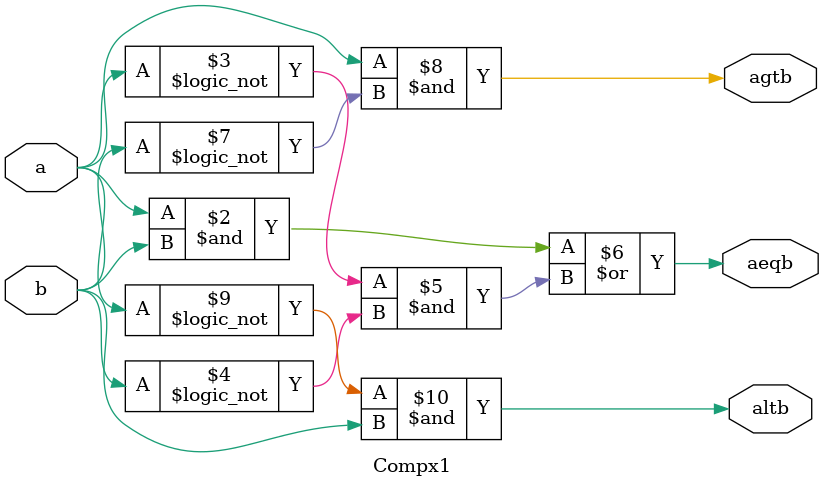
<source format=v>

module Compx1
(
   input a,
	input b,
 	output reg aeqb,		
	output reg agtb,		
	output reg altb		
	
); 

always @(*)
begin
	aeqb <= (a & b) | ((!(a)) & (!(b)));
	
	agtb <= a & (!(b));
		
	altb <= (!(a)) & b ;
end		
endmodule
	
 

	
</source>
